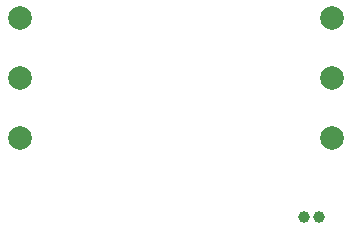
<source format=gbr>
%TF.GenerationSoftware,KiCad,Pcbnew,7.0.10*%
%TF.CreationDate,2024-04-17T22:46:39-04:00*%
%TF.ProjectId,kill-switch,6b696c6c-2d73-4776-9974-63682e6b6963,rev?*%
%TF.SameCoordinates,Original*%
%TF.FileFunction,Soldermask,Top*%
%TF.FilePolarity,Negative*%
%FSLAX46Y46*%
G04 Gerber Fmt 4.6, Leading zero omitted, Abs format (unit mm)*
G04 Created by KiCad (PCBNEW 7.0.10) date 2024-04-17 22:46:39*
%MOMM*%
%LPD*%
G01*
G04 APERTURE LIST*
%ADD10C,2.000000*%
%ADD11C,1.000000*%
G04 APERTURE END LIST*
D10*
%TO.C,S1*%
X65800000Y-62000000D03*
X65800000Y-56920000D03*
X65800000Y-51840000D03*
%TD*%
%TO.C,S2*%
X92200000Y-62000000D03*
X92200000Y-56920000D03*
X92200000Y-51840000D03*
%TD*%
D11*
%TO.C,J1*%
X91100000Y-68700000D03*
X89850000Y-68700000D03*
%TD*%
M02*

</source>
